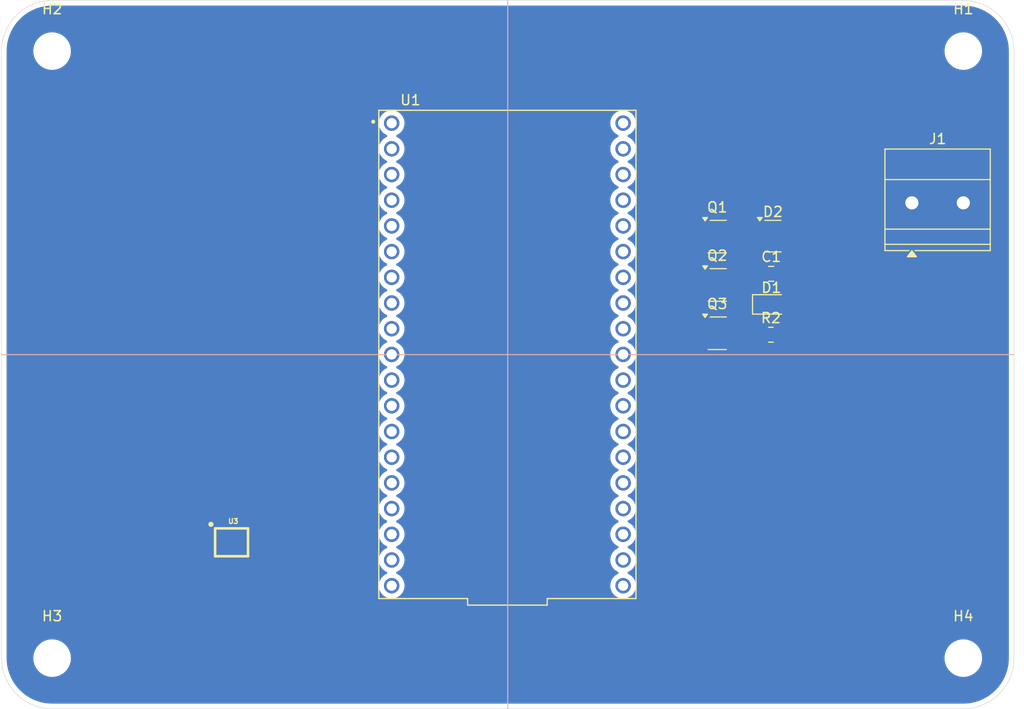
<source format=kicad_pcb>
(kicad_pcb (version 20241229) (generator "pcbnew") (generator_version "9.0")
  (layers (0 "F.Cu" signal) (2 "B.Cu" signal) (13 "F.Paste" user) (15 "B.Paste" user) (5 "F.SilkS" user "F.Silkscreen") (7 "B.SilkS" user "B.Silkscreen") (1 "F.Mask" user) (3 "B.Mask" user) (25 "Edge.Cuts" user))
  (net 0 "")
  (net 5 "Net-(U1-GND-PadJ1_14)")
  (footprint "Package_TO_SOT_SMD:SOT-23-6_Handsoldering" (layer "F.Cu") (at 145.695 103.115)
    (property "Reference" "Q2" (at 0 -2.9 0) (layer "F.SilkS"))
    (property "Value" "Q_PMOS")
    (fp_line (start -0.9 1.61) (end 0.9 1.61) (stroke (width 0.12)) (layer "F.SilkS"))
    (fp_line (start 0.1 -1.61) (end -0.7 -1.61) (stroke (width 0.12)) (layer "F.SilkS"))
    (fp_line (start 0.1 -1.61) (end 0.9 -1.61) (stroke (width 0.12)) (layer "F.SilkS"))
    (fp_poly (pts (xy -1.2 -1.56) (xy -1.44 -1.89) (xy -0.96 -1.89) (xy -1.2 -1.56)) (stroke (width 0.12)) (fill yes) (layer "F.SilkS"))
    (pad "1" smd roundrect (at -1.35 -0.95) (size 1.56 0.65) (layers "F.Cu" "F.Mask" "F.Paste"))
    (pad "2" smd roundrect (at -1.35 0) (size 1.56 0.65) (layers "F.Cu" "F.Mask" "F.Paste"))
    (pad "3" smd roundrect (at -1.35 0.95) (size 1.56 0.65) (layers "F.Cu" "F.Mask" "F.Paste"))
    (pad "4" smd roundrect (at 1.35 0.95) (size 1.56 0.65) (layers "F.Cu" "F.Mask" "F.Paste"))
    (pad "5" smd roundrect (at 1.35 0) (size 1.56 0.65) (layers "F.Cu" "F.Mask" "F.Paste"))
    (pad "6" smd roundrect (at 1.35 -0.95) (size 1.56 0.65) (layers "F.Cu" "F.Mask" "F.Paste"))
  )
  (footprint "Package_TO_SOT_SMD:SOT-23-6_Handsoldering" (layer "F.Cu") (at 145.695 98.34)
    (property "Reference" "Q1" (at 0 -2.9 0) (layer "F.SilkS"))
    (property "Value" "PMOS")
    (fp_line (start -0.9 1.61) (end 0.9 1.61) (stroke (width 0.12)) (layer "F.SilkS"))
    (fp_line (start 0.1 -1.61) (end -0.7 -1.61) (stroke (width 0.12)) (layer "F.SilkS"))
    (fp_line (start 0.1 -1.61) (end 0.9 -1.61) (stroke (width 0.12)) (layer "F.SilkS"))
    (fp_poly (pts (xy -1.2 -1.56) (xy -1.44 -1.89) (xy -0.96 -1.89) (xy -1.2 -1.56)) (stroke (width 0.12)) (fill yes) (layer "F.SilkS"))
    (pad "1" smd roundrect (at -1.35 -0.95) (size 1.56 0.65) (layers "F.Cu" "F.Mask" "F.Paste"))
    (pad "2" smd roundrect (at -1.35 0) (size 1.56 0.65) (layers "F.Cu" "F.Mask" "F.Paste"))
    (pad "3" smd roundrect (at -1.35 0.95) (size 1.56 0.65) (layers "F.Cu" "F.Mask" "F.Paste"))
    (pad "4" smd roundrect (at 1.35 0.95) (size 1.56 0.65) (layers "F.Cu" "F.Mask" "F.Paste"))
    (pad "5" smd roundrect (at 1.35 0) (size 1.56 0.65) (layers "F.Cu" "F.Mask" "F.Paste"))
    (pad "6" smd roundrect (at 1.35 -0.95) (size 1.56 0.65) (layers "F.Cu" "F.Mask" "F.Paste"))
  )
  (footprint "Resistor_SMD:R_0805_2012Metric_Pad1.20x1.40mm_HandSolder" (layer "F.Cu") (at 150.995 108.035)
    (property "Reference" "R2" (at 0 -1.65 0) (layer "F.SilkS"))
    (property "Value" "R")
    (fp_line (start -0.227064 -0.735) (end 0.227064 -0.735) (stroke (width 0.12)) (layer "F.SilkS"))
    (fp_line (start -0.227064 0.735) (end 0.227064 0.735) (stroke (width 0.12)) (layer "F.SilkS"))
    (pad "1" smd roundrect (at -1 0) (size 1.2 1.4) (layers "F.Cu" "F.Mask" "F.Paste") (roundrect_rratio 0.208333))
    (pad "2" smd roundrect (at 1 0) (size 1.2 1.4) (layers "F.Cu" "F.Mask" "F.Paste") (roundrect_rratio 0.208333))
  )
  (footprint "TerminalBlock_Phoenix:TerminalBlock_Phoenix_MKDS-1,5-2-5.08_1x02_P5.08mm_Horizontal" (layer "F.Cu") (at 164.92 95)
    (property "Reference" "J1" (at 2.54 -6.32 0) (layer "F.SilkS"))
    (property "Value" "Screw_Terminal_01x02")
    (fp_line (start -2.66 -5.32) (end 7.74 -5.32) (stroke (width 0.12)) (layer "F.SilkS"))
    (fp_line (start -2.66 -2.3) (end 7.74 -2.3) (stroke (width 0.12)) (layer "F.SilkS"))
    (fp_line (start -2.66 2.6) (end 7.74 2.6) (stroke (width 0.12)) (layer "F.SilkS"))
    (fp_line (start -2.66 4.1) (end 7.74 4.1) (stroke (width 0.12)) (layer "F.SilkS"))
    (fp_line (start -2.66 4.72) (end -2.66 -5.32) (stroke (width 0.12)) (layer "F.SilkS"))
    (fp_line (start -0.3 4.72) (end -2.66 4.72) (stroke (width 0.12)) (layer "F.SilkS"))
    (fp_line (start 7.74 -5.32) (end 7.74 4.72) (stroke (width 0.12)) (layer "F.SilkS"))
    (fp_line (start 7.74 4.72) (end 0.3 4.72) (stroke (width 0.12)) (layer "F.SilkS"))
    (fp_poly (pts (xy 0 4.72) (xy 0.44 5.33) (xy -0.44 5.33)) (stroke (width 0.12)) (fill yes) (layer "F.SilkS"))
    (pad "1" thru_hole roundrect (at 0 0) (size 2.6 2.6) (drill 1.3) (layers "*.Cu" "*.Mask") (roundrect_rratio 0.096154))
    (pad "2" thru_hole circle (at 5.08 0) (size 2.6 2.6) (drill 1.3) (layers "*.Cu" "*.Mask"))
  )
  (footprint "MountingHole:MountingHole_3.2mm_M3" (layer "F.Cu") (at 170 140)
    (property "Reference" "H4" (at 0 -4.15 0) (layer "F.SilkS"))
    (property "Value" "MountingHole")
    (pad "" np_thru_hole circle (at 0 0) (size 3.2 3.2) (drill 3.2) (layers "*.Cu" "*.Mask"))
  )
  (footprint "Capacitor_SMD:C_0805_2012Metric_Pad1.18x1.45mm_HandSolder" (layer "F.Cu") (at 151.025 102.015)
    (property "Reference" "C1" (at 0 -1.68 0) (layer "F.SilkS"))
    (property "Value" "C")
    (fp_line (start -0.261252 -0.735) (end 0.261252 -0.735) (stroke (width 0.12)) (layer "F.SilkS"))
    (fp_line (start -0.261252 0.735) (end 0.261252 0.735) (stroke (width 0.12)) (layer "F.SilkS"))
    (pad "1" smd roundrect (at -1.0375 0) (size 1.175 1.45) (layers "F.Cu" "F.Mask" "F.Paste") (roundrect_rratio 0.212766))
    (pad "2" smd roundrect (at 1.0375 0) (size 1.175 1.45) (layers "F.Cu" "F.Mask" "F.Paste") (roundrect_rratio 0.212766))
  )
  (footprint "MountingHole:MountingHole_3.2mm_M3" (layer "F.Cu") (at 170 80)
    (property "Reference" "H1" (at 0 -4.15 0) (layer "F.SilkS"))
    (property "Value" "MountingHole")
    (pad "" np_thru_hole circle (at 0 0) (size 3.2 3.2) (drill 3.2) (layers "*.Cu" "*.Mask"))
  )
  (footprint "Package_TO_SOT_SMD:SOT-23-3" (layer "F.Cu") (at 151.195 98.29)
    (property "Reference" "D2" (at 0 -2.4 0) (layer "F.SilkS"))
    (property "Value" "ESDA5V3L")
    (fp_line (start 0 -1.56) (end -0.8 -1.56) (stroke (width 0.12)) (layer "F.SilkS"))
    (fp_line (start 0 -1.56) (end 0.8 -1.56) (stroke (width 0.12)) (layer "F.SilkS"))
    (fp_line (start 0 1.56) (end -0.8 1.56) (stroke (width 0.12)) (layer "F.SilkS"))
    (fp_line (start 0 1.56) (end 0.8 1.56) (stroke (width 0.12)) (layer "F.SilkS"))
    (fp_poly (pts (xy -1.3 -1.51) (xy -1.54 -1.84) (xy -1.06 -1.84)) (stroke (width 0.12)) (fill yes) (layer "F.SilkS"))
    (pad "1" smd roundrect (at -1.1375 -0.95) (size 1.325 0.6) (layers "F.Cu" "F.Mask" "F.Paste"))
    (pad "2" smd roundrect (at -1.1375 0.95) (size 1.325 0.6) (layers "F.Cu" "F.Mask" "F.Paste"))
    (pad "3" smd roundrect (at 1.1375 0) (size 1.325 0.6) (layers "F.Cu" "F.Mask" "F.Paste"))
  )
  (footprint "Library:LSM6DSO" (layer "F.Cu") (at 97.723 128.552)
    (property "Reference" "U3" (at 0.167 -2.0768 0) (layer "F.SilkS") (effects (font (size 0.48 0.48))))
    (property "Value" "LSM6DSO")
    (property "VALUE" "LSM6DS0" (hide yes))
    (fp_line (start -1.625 -1.375) (end 1.625 -1.375) (stroke (width 0.254)) (layer "F.SilkS"))
    (fp_line (start -1.625 1.375) (end -1.625 -1.375) (stroke (width 0.254)) (layer "F.SilkS"))
    (fp_line (start 1.625 -1.375) (end 1.625 1.375) (stroke (width 0.254)) (layer "F.SilkS"))
    (fp_line (start 1.625 1.375) (end -1.625 1.375) (stroke (width 0.254)) (layer "F.SilkS"))
    (fp_circle (center -2.032 -1.778) (end -1.778 -1.778) (fill yes) (layer "F.SilkS"))
    (pad "1" smd rect (at -1.175 -0.75) (size 0.45 0.25) (layers "F.Cu" "F.Mask" "F.Paste"))
    (pad "2" smd rect (at -1.175 -0.25) (size 0.45 0.25) (layers "F.Cu" "F.Mask" "F.Paste"))
    (pad "3" smd rect (at -1.175 0.25) (size 0.45 0.25) (layers "F.Cu" "F.Mask" "F.Paste"))
    (pad "4" smd rect (at -1.175 0.75) (size 0.45 0.25) (layers "F.Cu" "F.Mask" "F.Paste"))
    (pad "5" smd rect (at -0.5 0.925) (size 0.25 0.45) (layers "F.Cu" "F.Mask" "F.Paste"))
    (pad "6" smd rect (at 0 0.925) (size 0.25 0.45) (layers "F.Cu" "F.Mask" "F.Paste"))
    (pad "7" smd rect (at 0.5 0.925) (size 0.25 0.45) (layers "F.Cu" "F.Mask" "F.Paste"))
    (pad "8" smd rect (at 1.175 0.75) (size 0.45 0.25) (layers "F.Cu" "F.Mask" "F.Paste"))
    (pad "9" smd rect (at 1.175 0.25) (size 0.45 0.25) (layers "F.Cu" "F.Mask" "F.Paste"))
    (pad "10" smd rect (at 1.175 -0.25) (size 0.45 0.25) (layers "F.Cu" "F.Mask" "F.Paste"))
    (pad "11" smd rect (at 1.175 -0.75) (size 0.45 0.25) (layers "F.Cu" "F.Mask" "F.Paste"))
    (pad "12" smd rect (at 0.5 -0.925) (size 0.25 0.45) (layers "F.Cu" "F.Mask" "F.Paste"))
    (pad "13" smd rect (at 0 -0.925) (size 0.25 0.45) (layers "F.Cu" "F.Mask" "F.Paste"))
    (pad "14" smd rect (at -0.5 -0.925) (size 0.25 0.45) (layers "F.Cu" "F.Mask" "F.Paste"))
  )
  (footprint "MountingHole:MountingHole_3.2mm_M3" (layer "F.Cu") (at 80 140)
    (property "Reference" "H3" (at 0 -4.15 0) (layer "F.SilkS"))
    (property "Value" "MountingHole")
    (pad "" np_thru_hole circle (at 0 0) (size 3.2 3.2) (drill 3.2) (layers "*.Cu" "*.Mask"))
  )
  (footprint "Diode_SMD:D_0805_2012Metric_Pad1.15x1.40mm_HandSolder" (layer "F.Cu") (at 151.04 105.04)
    (property "Reference" "D1" (at 0 -1.65 0) (layer "F.SilkS"))
    (property "Value" "D_Zener")
    (fp_line (start -1.86 -0.96) (end -1.86 0.96) (stroke (width 0.12)) (layer "F.SilkS"))
    (fp_line (start -1.86 0.96) (end 1 0.96) (stroke (width 0.12)) (layer "F.SilkS"))
    (fp_line (start 1 -0.96) (end -1.86 -0.96) (stroke (width 0.12)) (layer "F.SilkS"))
    (pad "1" smd roundrect (at -1.025 0) (size 1.15 1.4) (layers "F.Cu" "F.Mask" "F.Paste") (roundrect_rratio 0.217391))
    (pad "2" smd roundrect (at 1.025 0) (size 1.15 1.4) (layers "F.Cu" "F.Mask" "F.Paste") (roundrect_rratio 0.217391))
  )
  (footprint "MountingHole:MountingHole_3.2mm_M3" (layer "F.Cu") (at 80 80)
    (property "Reference" "H2" (at 0 -4.15 0) (layer "F.SilkS"))
    (property "Value" "MountingHole")
    (pad "" np_thru_hole circle (at 0 0) (size 3.2 3.2) (drill 3.2) (layers "*.Cu" "*.Mask"))
  )
  (footprint "Package_TO_SOT_SMD:SOT-23-6_Handsoldering" (layer "F.Cu") (at 145.695 107.89)
    (property "Reference" "Q3" (at 0 -2.9 0) (layer "F.SilkS"))
    (property "Value" "Q_PMOS_GDS")
    (fp_line (start -0.9 1.61) (end 0.9 1.61) (stroke (width 0.12)) (layer "F.SilkS"))
    (fp_line (start 0.1 -1.61) (end -0.7 -1.61) (stroke (width 0.12)) (layer "F.SilkS"))
    (fp_line (start 0.1 -1.61) (end 0.9 -1.61) (stroke (width 0.12)) (layer "F.SilkS"))
    (fp_poly (pts (xy -1.2 -1.56) (xy -1.44 -1.89) (xy -0.96 -1.89) (xy -1.2 -1.56)) (stroke (width 0.12)) (fill yes) (layer "F.SilkS"))
    (pad "1" smd roundrect (at -1.35 -0.95) (size 1.56 0.65) (layers "F.Cu" "F.Mask" "F.Paste"))
    (pad "2" smd roundrect (at -1.35 0) (size 1.56 0.65) (layers "F.Cu" "F.Mask" "F.Paste"))
    (pad "3" smd roundrect (at -1.35 0.95) (size 1.56 0.65) (layers "F.Cu" "F.Mask" "F.Paste"))
    (pad "4" smd roundrect (at 1.35 0.95) (size 1.56 0.65) (layers "F.Cu" "F.Mask" "F.Paste"))
    (pad "5" smd roundrect (at 1.35 0) (size 1.56 0.65) (layers "F.Cu" "F.Mask" "F.Paste"))
    (pad "6" smd roundrect (at 1.35 -0.95) (size 1.56 0.65) (layers "F.Cu" "F.Mask" "F.Paste"))
  )
  (footprint "Library:NODEMCU-32S" (layer "F.Cu") (at 124.968 109.982)
    (property "Reference" "U1" (at -9.575 -25.135 0) (layer "F.SilkS"))
    (property "Value" "NODEMCU-32S")
    (fp_line (start -12.7 -24.13) (end 12.7 -24.13) (stroke (width 0.127)) (layer "F.SilkS"))
    (fp_line (start -12.7 24.13) (end -12.7 -24.13) (stroke (width 0.127)) (layer "F.SilkS"))
    (fp_line (start -3.93 24.13) (end -12.7 24.13) (stroke (width 0.127)) (layer "F.SilkS"))
    (fp_line (start -3.93 24.13) (end -3.93 24.78) (stroke (width 0.127)) (layer "F.SilkS"))
    (fp_line (start -3.93 24.78) (end 3.93 24.78) (stroke (width 0.127)) (layer "F.SilkS"))
    (fp_line (start 3.93 24.78) (end 3.93 24.13) (stroke (width 0.127)) (layer "F.SilkS"))
    (fp_line (start 12.7 -24.13) (end 12.7 24.13) (stroke (width 0.127)) (layer "F.SilkS"))
    (fp_line (start 12.7 24.13) (end 3.93 24.13) (stroke (width 0.127)) (layer "F.SilkS"))
    (fp_circle (center -13.25 -23) (end -13.15 -23) (stroke (width 0.2)) (fill no) (layer "F.SilkS"))
    (pad "J1_1" thru_hole circle (at -11.43 -22.86) (size 1.524 1.524) (drill 1.016) (layers "*.Cu" "*.Mask"))
    (pad "J1_2" thru_hole circle (at -11.43 -20.32) (size 1.524 1.524) (drill 1.016) (layers "*.Cu" "*.Mask"))
    (pad "J1_3" thru_hole circle (at -11.43 -17.78) (size 1.524 1.524) (drill 1.016) (layers "*.Cu" "*.Mask"))
    (pad "J1_4" thru_hole circle (at -11.43 -15.24) (size 1.524 1.524) (drill 1.016) (layers "*.Cu" "*.Mask"))
    (pad "J1_5" thru_hole circle (at -11.43 -12.7) (size 1.524 1.524) (drill 1.016) (layers "*.Cu" "*.Mask"))
    (pad "J1_6" thru_hole circle (at -11.43 -10.16) (size 1.524 1.524) (drill 1.016) (layers "*.Cu" "*.Mask"))
    (pad "J1_7" thru_hole circle (at -11.43 -7.62) (size 1.524 1.524) (drill 1.016) (layers "*.Cu" "*.Mask"))
    (pad "J1_8" thru_hole circle (at -11.43 -5.08) (size 1.524 1.524) (drill 1.016) (layers "*.Cu" "*.Mask"))
    (pad "J1_9" thru_hole circle (at -11.43 -2.54) (size 1.524 1.524) (drill 1.016) (layers "*.Cu" "*.Mask"))
    (pad "J1_10" thru_hole circle (at -11.43 0) (size 1.524 1.524) (drill 1.016) (layers "*.Cu" "*.Mask"))
    (pad "J1_11" thru_hole circle (at -11.43 2.54) (size 1.524 1.524) (drill 1.016) (layers "*.Cu" "*.Mask"))
    (pad "J1_12" thru_hole circle (at -11.43 5.08) (size 1.524 1.524) (drill 1.016) (layers "*.Cu" "*.Mask"))
    (pad "J1_13" thru_hole circle (at -11.43 7.62) (size 1.524 1.524) (drill 1.016) (layers "*.Cu" "*.Mask"))
    (pad "J1_14" thru_hole circle (at -11.43 10.16) (size 1.524 1.524) (drill 1.016) (layers "*.Cu" "*.Mask") (net 5 "Net-(U1-GND-PadJ1_14)"))
    (pad "J1_15" thru_hole circle (at -11.43 12.7) (size 1.524 1.524) (drill 1.016) (layers "*.Cu" "*.Mask"))
    (pad "J1_16" thru_hole circle (at -11.43 15.24) (size 1.524 1.524) (drill 1.016) (layers "*.Cu" "*.Mask"))
    (pad "J1_17" thru_hole circle (at -11.43 17.78) (size 1.524 1.524) (drill 1.016) (layers "*.Cu" "*.Mask"))
    (pad "J1_18" thru_hole circle (at -11.43 20.32) (size 1.524 1.524) (drill 1.016) (layers "*.Cu" "*.Mask"))
    (pad "J1_19" thru_hole circle (at -11.43 22.86) (size 1.524 1.524) (drill 1.016) (layers "*.Cu" "*.Mask"))
    (pad "J2_1" thru_hole circle (at 11.43 -22.86) (size 1.524 1.524) (drill 1.016) (layers "*.Cu" "*.Mask") (net 5 "Net-(U1-GND-PadJ1_14)"))
    (pad "J2_2" thru_hole circle (at 11.43 -20.32) (size 1.524 1.524) (drill 1.016) (layers "*.Cu" "*.Mask"))
    (pad "J2_3" thru_hole circle (at 11.43 -17.78) (size 1.524 1.524) (drill 1.016) (layers "*.Cu" "*.Mask"))
    (pad "J2_4" thru_hole circle (at 11.43 -15.24) (size 1.524 1.524) (drill 1.016) (layers "*.Cu" "*.Mask"))
    (pad "J2_5" thru_hole circle (at 11.43 -12.7) (size 1.524 1.524) (drill 1.016) (layers "*.Cu" "*.Mask"))
    (pad "J2_6" thru_hole circle (at 11.43 -10.16) (size 1.524 1.524) (drill 1.016) (layers "*.Cu" "*.Mask"))
    (pad "J2_7" thru_hole circle (at 11.43 -7.62) (size 1.524 1.524) (drill 1.016) (layers "*.Cu" "*.Mask") (net 5 "Net-(U1-GND-PadJ1_14)"))
    (pad "J2_8" thru_hole circle (at 11.43 -5.08) (size 1.524 1.524) (drill 1.016) (layers "*.Cu" "*.Mask"))
    (pad "J2_9" thru_hole circle (at 11.43 -2.54) (size 1.524 1.524) (drill 1.016) (layers "*.Cu" "*.Mask"))
    (pad "J2_10" thru_hole circle (at 11.43 0) (size 1.524 1.524) (drill 1.016) (layers "*.Cu" "*.Mask"))
    (pad "J2_11" thru_hole circle (at 11.43 2.54) (size 1.524 1.524) (drill 1.016) (layers "*.Cu" "*.Mask"))
    (pad "J2_12" thru_hole circle (at 11.43 5.08) (size 1.524 1.524) (drill 1.016) (layers "*.Cu" "*.Mask"))
    (pad "J2_13" thru_hole circle (at 11.43 7.62) (size 1.524 1.524) (drill 1.016) (layers "*.Cu" "*.Mask"))
    (pad "J2_14" thru_hole circle (at 11.43 10.16) (size 1.524 1.524) (drill 1.016) (layers "*.Cu" "*.Mask"))
    (pad "J2_15" thru_hole circle (at 11.43 12.7) (size 1.524 1.524) (drill 1.016) (layers "*.Cu" "*.Mask"))
    (pad "J2_16" thru_hole circle (at 11.43 15.24) (size 1.524 1.524) (drill 1.016) (layers "*.Cu" "*.Mask"))
    (pad "J2_17" thru_hole circle (at 11.43 17.78) (size 1.524 1.524) (drill 1.016) (layers "*.Cu" "*.Mask"))
    (pad "J2_18" thru_hole circle (at 11.43 20.32) (size 1.524 1.524) (drill 1.016) (layers "*.Cu" "*.Mask"))
    (pad "J2_19" thru_hole circle (at 11.43 22.86) (size 1.524 1.524) (drill 1.016) (layers "*.Cu" "*.Mask"))
  )
  (gr_line (start 125 110) (end 175 110) (stroke (width 0.1)) (layer "B.SilkS"))
  (gr_line (start 125 110) (end 75 110) (stroke (width 0.1)) (layer "B.SilkS"))
  (gr_line (start 125 145) (end 125 110) (stroke (width 0.1)) (layer "B.SilkS"))
  (gr_line (start 125 110) (end 125 75) (stroke (width 0.1)) (layer "B.SilkS"))
  (gr_arc (start 80 145) (mid 76.464466 143.535534) (end 75 140) (stroke (width 0.05)) (layer "Edge.Cuts"))
  (gr_line (start 75 80) (end 75 140) (stroke (width 0.05)) (layer "Edge.Cuts"))
  (gr_line (start 170 75) (end 80 75) (stroke (width 0.05)) (layer "Edge.Cuts"))
  (gr_arc (start 175 140) (mid 173.535534 143.535534) (end 170 145) (stroke (width 0.05)) (layer "Edge.Cuts"))
  (gr_arc (start 75 80) (mid 76.464466 76.464466) (end 80 75) (stroke (width 0.05)) (layer "Edge.Cuts"))
  (gr_arc (start 170 75) (mid 173.535534 76.464466) (end 175 80) (stroke (width 0.05)) (layer "Edge.Cuts"))
  (gr_line (start 175 140) (end 175 80) (stroke (width 0.05)) (layer "Edge.Cuts"))
  (gr_line (start 80 145) (end 170 145) (stroke (width 0.05)) (layer "Edge.Cuts"))
  (zone (net 0) (net_name "") (layer "B.Cu") (connect_pads (clearance 0.5)) (min_thickness 0.25) (fill yes (thermal_gap 0.5) (thermal_bridge_width 0.5))
    (polygon (pts (xy 75 75) (xy 175 75) (xy 175 145) (xy 75 145)))
  )
)
</source>
